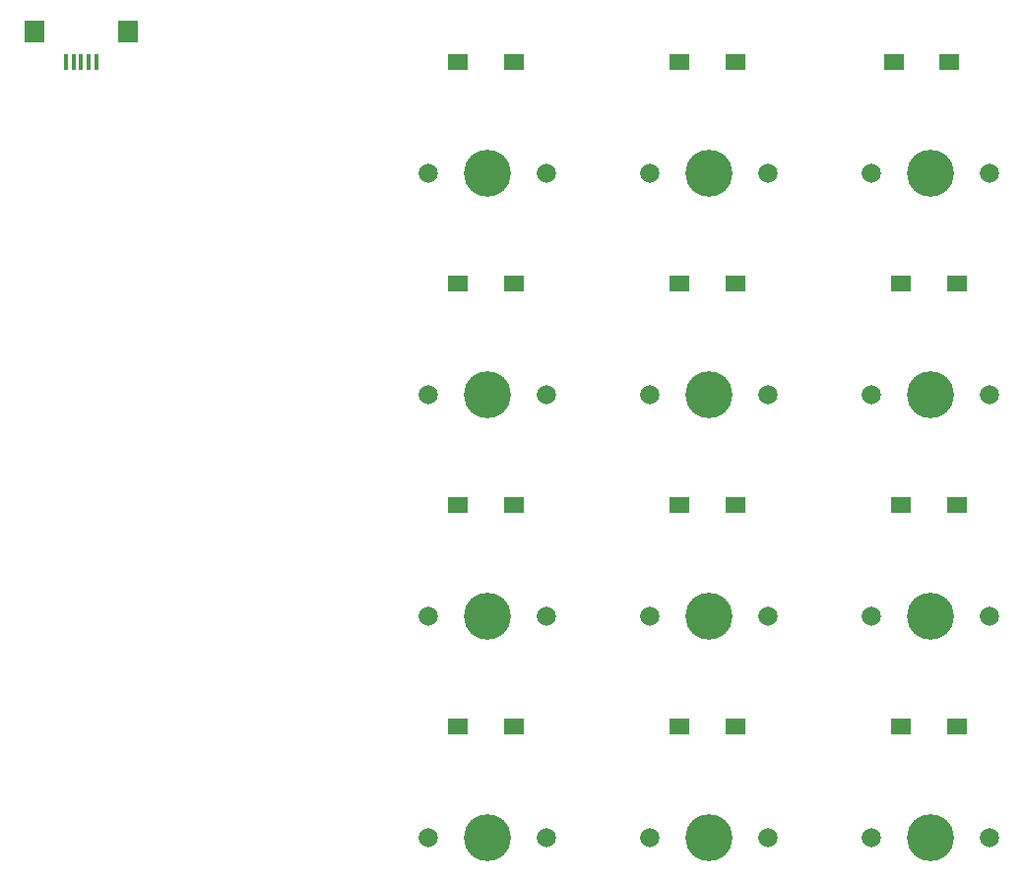
<source format=gtp>
G04 MADE WITH FRITZING*
G04 WWW.FRITZING.ORG*
G04 DOUBLE SIDED*
G04 HOLES PLATED*
G04 CONTOUR ON CENTER OF CONTOUR VECTOR*
%ASAXBY*%
%FSLAX23Y23*%
%MOIN*%
%OFA0B0*%
%SFA1.0B1.0*%
%ADD10C,0.158908*%
%ADD11C,0.065278*%
%ADD12R,0.069685X0.057874*%
%ADD13R,0.013780X0.055118*%
%ADD14R,0.070866X0.074803*%
%ADD15R,0.001000X0.001000*%
%LNPASTEMASK1*%
G90*
G70*
G54D10*
X2029Y2607D03*
G54D11*
X1829Y2607D03*
X2229Y2607D03*
G54D10*
X2779Y2607D03*
G54D11*
X2579Y2607D03*
X2979Y2607D03*
G54D10*
X3529Y2607D03*
G54D11*
X3329Y2607D03*
X3729Y2607D03*
G54D10*
X2029Y1857D03*
G54D11*
X1829Y1857D03*
X2229Y1857D03*
G54D10*
X2779Y1857D03*
G54D11*
X2579Y1857D03*
X2979Y1857D03*
G54D10*
X3529Y1857D03*
G54D11*
X3329Y1857D03*
X3729Y1857D03*
G54D10*
X2029Y1107D03*
G54D11*
X1829Y1107D03*
X2229Y1107D03*
G54D10*
X2779Y1107D03*
G54D11*
X2579Y1107D03*
X2979Y1107D03*
G54D10*
X3529Y1107D03*
G54D11*
X3329Y1107D03*
X3729Y1107D03*
G54D10*
X2029Y357D03*
G54D11*
X1829Y357D03*
X2229Y357D03*
G54D10*
X2779Y357D03*
G54D11*
X2579Y357D03*
X2979Y357D03*
G54D10*
X3529Y357D03*
G54D11*
X3329Y357D03*
X3729Y357D03*
G54D12*
X3618Y732D03*
X3429Y732D03*
X2868Y732D03*
X2679Y732D03*
X2118Y732D03*
X1929Y732D03*
X3618Y1482D03*
X3429Y1482D03*
X2868Y1482D03*
X2679Y1482D03*
X2118Y1482D03*
X1929Y1482D03*
X3618Y2232D03*
X3429Y2232D03*
X2868Y2232D03*
X2679Y2232D03*
X2118Y2232D03*
X1929Y2232D03*
X3593Y2982D03*
X3404Y2982D03*
X2868Y2982D03*
X2679Y2982D03*
X2118Y2982D03*
X1929Y2982D03*
G54D13*
X704Y2982D03*
X602Y2982D03*
X679Y2982D03*
X653Y2982D03*
X628Y2982D03*
G54D14*
X811Y3086D03*
X496Y3086D03*
G54D15*
D02*
G04 End of PasteMask1*
M02*
</source>
